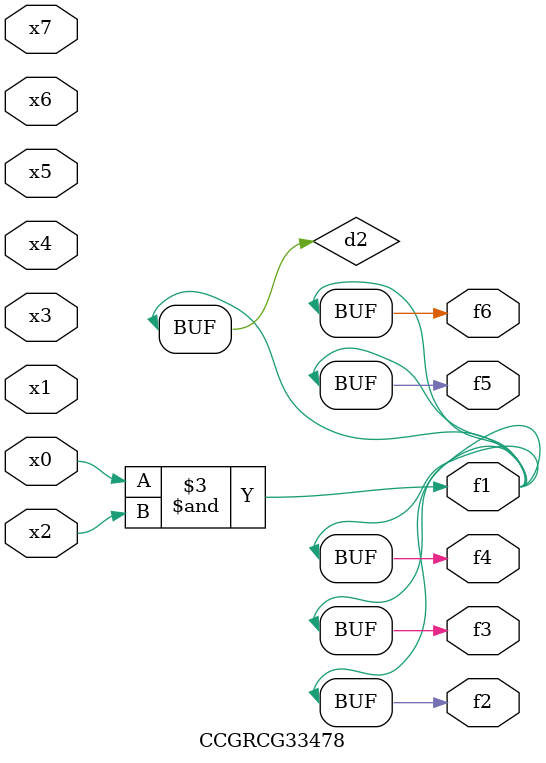
<source format=v>
module CCGRCG33478(
	input x0, x1, x2, x3, x4, x5, x6, x7,
	output f1, f2, f3, f4, f5, f6
);

	wire d1, d2;

	nor (d1, x3, x6);
	and (d2, x0, x2);
	assign f1 = d2;
	assign f2 = d2;
	assign f3 = d2;
	assign f4 = d2;
	assign f5 = d2;
	assign f6 = d2;
endmodule

</source>
